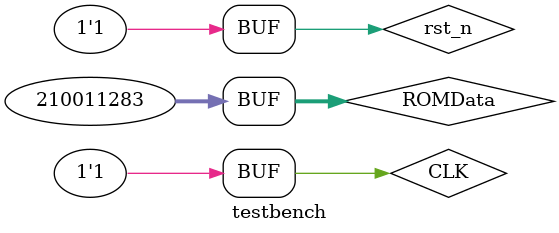
<source format=v>
`timescale 1ns/1ps
module testbench();

    reg CLK,rst_n;
    reg[31:0] ROMData,RAMData;
    wire[31:0] IFPC,RADDR,WADDR,WData;
    wire[1:0] RWHBS,WWHBS;
    wire WE;

    RISCVCore riscvcore(
        .CLK(CLK),
        .rst_n(rst_n),
        .ROMData(ROMData),
        .RAMData(RAMData),
        .IFPC(IFPC),
        .RADDR(RADDR),
        .WADDR(WADDR),
        .WData(WData),
        .RWHBS(RWHBS),
        .WWHBS(WWHBS),
        .WE(WE)
    );


    initial begin
        rst_n=0;
        #10;
        rst_n=1;
        ROMData=32'h0c848493;
        #10;
        ROMData=32'h0c848493;
        #10;
        ROMData=32'h0c848493;
        #10;
        ROMData=32'h0c848493;
        #10;
        ROMData=32'h0c848493;
        #10;
        ROMData=32'h0c848493;
        #10;
        ROMData=32'h0c848493;
        #10;
        ROMData=32'h0c848493;
        #10;
        ROMData=32'h0c848493;
        #10;
        ROMData=32'h0c848493;
        #10;
        ROMData=32'h0c848493;
        #10;
        ROMData=32'h0c848493;
        #10;
        
        
    end

    initial begin
        $dumpfile("wave.vcd");
        $dumpvars(0,testbench);
    end

    initial begin
        CLK=0;
        #5;
        CLK=1;
        #5;
        CLK=0;
        #5;
        CLK=1;
        #5;
        CLK=0;
        #5;
        CLK=1;
        #5;
        CLK=0;
        #5;
        CLK=1;
        #5;
        CLK=0;
        #5;
        CLK=1;
        #5;
        CLK=0;
        #5;
        CLK=1;
        #5;
        CLK=0;
        #5;
        CLK=1;
        #5;
        CLK=0;
        #5;
        CLK=1;
        #5;
        CLK=0;
        #5;
        CLK=1;
        #5;
        CLK=0;
        #5;
        CLK=1;
        #5;
        CLK=0;
        #5;
        CLK=1;
        #5;
        CLK=0;
        #5;
        CLK=1;
        #5;
        CLK=0;
        #5;
        CLK=1;
        #5;
        CLK=0;
        #5;
        CLK=1;
        #5;
        CLK=0;
        #5;
        CLK=1;
        #5;
        CLK=0;
        #5;
        CLK=1;
        #5;
        CLK=0;
        #5;
        CLK=1;
        #5;
        CLK=0;
        #5;
        CLK=1;
        #5;
        CLK=0;
        #5;
        CLK=1;
        #5;
        CLK=0;
        #5;
        CLK=1;
        #5;
        CLK=0;
        #5;
        CLK=1;
        #5;
        CLK=0;
        #5;
        CLK=1;
        #5;
        CLK=0;
        #5;
        CLK=1;
        #5;
        CLK=0;
        #5;
        CLK=1;
        #5;
        CLK=0;
        #5;
        CLK=1;
        #5;
        CLK=0;
        #5;
        CLK=1;
        #5;
        CLK=0;
        #5;
        CLK=1;
        #5;
        CLK=0;
        #5;
        CLK=1;
        #5;
        CLK=0;
        #5;
        CLK=1;
        #5;
        CLK=0;
        #5;
        CLK=1;
        #5;
        CLK=0;
        #5;
        CLK=1;
        #5;
        CLK=0;
        #5;
        CLK=1;
        #5;
        CLK=0;
        #5;
        CLK=1;
        #5;
        CLK=0;
        #5;
        CLK=1;
        #5;
        CLK=0;
        #5;
        CLK=1;
        #5;
        CLK=0;
        #5;
        CLK=1;
        #5;
        CLK=0;
        #5;
        CLK=1;
        #5;
        CLK=0;
        #5;
        CLK=1;
        #5;
        CLK=0;
        #5;
        CLK=1;
        #5;
        CLK=0;
        #5;
        CLK=1;
        #5;
        CLK=0;
        #5;
        CLK=1;
        #5;
        CLK=0;
        #5;
        CLK=1;
        #5;
        CLK=0;
        #5;
        CLK=1;
        #5;
        CLK=0;
        #5;
        CLK=1;
        #5;
        CLK=0;
        #5;
        CLK=1;
        #5;
        CLK=0;
        #5;
        CLK=1;
        #5;
        CLK=0;
        #5;
        CLK=1;
        #5;
        CLK=0;
        #5;
        CLK=1;
        #5;
        CLK=0;
        #5;
        CLK=1;
        #5;
        CLK=0;
        #5;
        CLK=1;
        #5;
        CLK=0;
        #5;
        CLK=1;
        #5;
        CLK=0;
        #5;
        CLK=1;
        #5;
        CLK=0;
        #5;
        CLK=1;
        #5;
        CLK=0;
        #5;
        CLK=1;
        #5;
        CLK=0;
        #5;
        CLK=1;
        #5;
        CLK=0;
        #5;
        CLK=1;
        #5;
        CLK=0;
        #5;
        CLK=1;
        #5;
        CLK=0;
        #5;
        CLK=1;
        #5;
        CLK=0;
        #5;
        CLK=1;
        #5;
        CLK=0;
        #5;
        CLK=1;
        #5;
        CLK=0;
        #5;
        CLK=1;
        #5;
        CLK=0;
        #5;
        CLK=1;
        #5;
        CLK=0;
        #5;
        CLK=1;
        #5;
        CLK=0;
        #5;
        CLK=1;
        #5;
    end

endmodule
</source>
